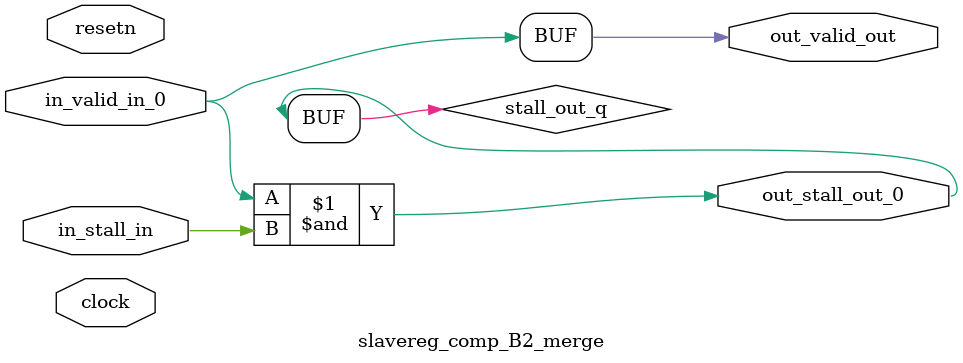
<source format=sv>



(* altera_attribute = "-name AUTO_SHIFT_REGISTER_RECOGNITION OFF; -name MESSAGE_DISABLE 10036; -name MESSAGE_DISABLE 10037; -name MESSAGE_DISABLE 14130; -name MESSAGE_DISABLE 14320; -name MESSAGE_DISABLE 15400; -name MESSAGE_DISABLE 14130; -name MESSAGE_DISABLE 10036; -name MESSAGE_DISABLE 12020; -name MESSAGE_DISABLE 12030; -name MESSAGE_DISABLE 12010; -name MESSAGE_DISABLE 12110; -name MESSAGE_DISABLE 14320; -name MESSAGE_DISABLE 13410; -name MESSAGE_DISABLE 113007; -name MESSAGE_DISABLE 10958" *)
module slavereg_comp_B2_merge (
    input wire [0:0] in_stall_in,
    input wire [0:0] in_valid_in_0,
    output wire [0:0] out_stall_out_0,
    output wire [0:0] out_valid_out,
    input wire clock,
    input wire resetn
    );

    wire [0:0] stall_out_q;


    // stall_out(LOGICAL,6)
    assign stall_out_q = in_valid_in_0 & in_stall_in;

    // out_stall_out_0(GPOUT,4)
    assign out_stall_out_0 = stall_out_q;

    // out_valid_out(GPOUT,5)
    assign out_valid_out = in_valid_in_0;

endmodule

</source>
